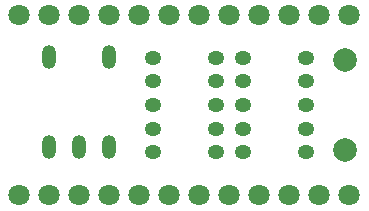
<source format=gbr>
%TF.GenerationSoftware,KiCad,Pcbnew,(5.1.8-0-10_14)*%
%TF.CreationDate,2021-02-06T12:21:22+09:00*%
%TF.ProjectId,usb-pidvid-fixture,7573622d-7069-4647-9669-642d66697874,rev?*%
%TF.SameCoordinates,Original*%
%TF.FileFunction,Soldermask,Top*%
%TF.FilePolarity,Negative*%
%FSLAX46Y46*%
G04 Gerber Fmt 4.6, Leading zero omitted, Abs format (unit mm)*
G04 Created by KiCad (PCBNEW (5.1.8-0-10_14)) date 2021-02-06 12:21:22*
%MOMM*%
%LPD*%
G01*
G04 APERTURE LIST*
%ADD10O,1.400000X1.200000*%
%ADD11C,1.800000*%
%ADD12C,2.000000*%
%ADD13O,1.200000X2.000000*%
G04 APERTURE END LIST*
D10*
%TO.C,D1*%
X133246040Y-82716200D03*
X138546040Y-82716200D03*
X133246040Y-80716200D03*
X138546040Y-80716200D03*
X133246040Y-78716200D03*
X138546040Y-78716200D03*
X133246040Y-76716200D03*
X138546040Y-76716200D03*
X133246040Y-74716200D03*
X138546040Y-74716200D03*
%TD*%
%TO.C,D2*%
X125626040Y-82716200D03*
X130926040Y-82716200D03*
X125626040Y-80716200D03*
X130926040Y-80716200D03*
X125626040Y-78716200D03*
X130926040Y-78716200D03*
X125626040Y-76716200D03*
X130926040Y-76716200D03*
X125626040Y-74716200D03*
X130926040Y-74716200D03*
%TD*%
D11*
%TO.C,J1*%
X114300000Y-86360000D03*
X116840000Y-86360000D03*
X119380000Y-86360000D03*
X121920000Y-86360000D03*
X124460000Y-86360000D03*
X127000000Y-86360000D03*
X129540000Y-86360000D03*
X132080000Y-86360000D03*
X134620000Y-86360000D03*
X137160000Y-86360000D03*
X139700000Y-86360000D03*
X142240000Y-86360000D03*
X142240000Y-71120000D03*
X139700000Y-71120000D03*
X137160000Y-71120000D03*
X134620000Y-71120000D03*
X132080000Y-71120000D03*
X129540000Y-71120000D03*
X127000000Y-71120000D03*
X124460000Y-71120000D03*
X121920000Y-71120000D03*
X119380000Y-71120000D03*
X116840000Y-71120000D03*
X114300000Y-71120000D03*
%TD*%
D12*
%TO.C,S1*%
X141859000Y-82550000D03*
X141859000Y-74930000D03*
%TD*%
D13*
%TO.C,SW1*%
X121920000Y-82307100D03*
X121920000Y-74687100D03*
X119380000Y-82307100D03*
X116840000Y-82307100D03*
X116840000Y-74687100D03*
%TD*%
M02*

</source>
